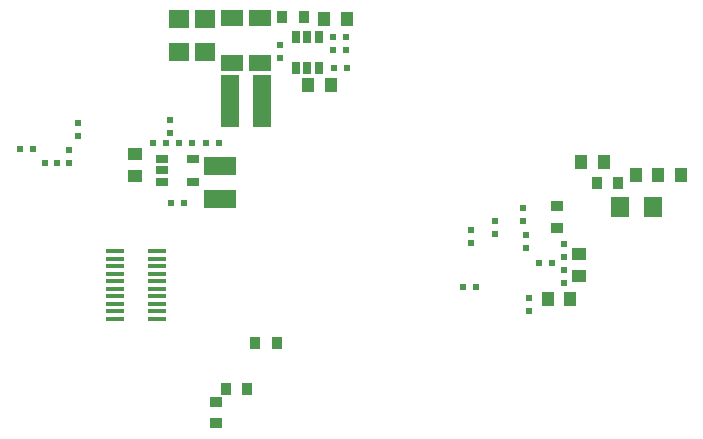
<source format=gbp>
G04 Layer_Color=128*
%FSLAX44Y44*%
%MOMM*%
G71*
G01*
G75*
%ADD13R,0.9000X1.0000*%
%ADD15R,0.6000X0.6000*%
%ADD16R,0.6000X0.6000*%
%ADD17R,1.6000X0.4000*%
%ADD18R,1.6000X0.4000*%
%ADD34R,1.0000X0.9000*%
%ADD35R,1.0000X1.3000*%
%ADD39R,1.6000X4.5000*%
%ADD40R,1.3000X1.0000*%
%ADD42R,1.8000X1.6000*%
%ADD51R,2.7000X1.6000*%
%ADD53R,1.6000X1.8000*%
%ADD87R,1.9000X1.4000*%
%ADD88R,0.7000X1.0000*%
%ADD89R,1.0000X0.7000*%
%ADD90R,1.0000X0.7000*%
D13*
X292000Y487000D02*
D03*
X274000D02*
D03*
X540000Y346000D02*
D03*
X558000D02*
D03*
X251000Y211000D02*
D03*
X269000D02*
D03*
X244000Y172000D02*
D03*
X226000D02*
D03*
D15*
X318000Y443500D02*
D03*
X329000D02*
D03*
X179500Y329500D02*
D03*
X190500D02*
D03*
X72500Y363000D02*
D03*
X83500D02*
D03*
X491500Y279000D02*
D03*
X502500D02*
D03*
X186750Y380000D02*
D03*
X197750D02*
D03*
X220500D02*
D03*
X209500D02*
D03*
X438000Y258000D02*
D03*
X427000D02*
D03*
X52000Y375000D02*
D03*
X63000D02*
D03*
X175500Y380000D02*
D03*
X164500D02*
D03*
D16*
X327500Y459000D02*
D03*
Y470000D02*
D03*
X317000Y470000D02*
D03*
Y459000D02*
D03*
X272000Y452000D02*
D03*
Y463000D02*
D03*
X477500Y325135D02*
D03*
Y314135D02*
D03*
X101000Y386000D02*
D03*
Y397000D02*
D03*
X178500Y399500D02*
D03*
Y388500D02*
D03*
X512000Y284000D02*
D03*
Y295000D02*
D03*
X433500Y295500D02*
D03*
Y306500D02*
D03*
X512000Y262000D02*
D03*
Y273000D02*
D03*
X483000Y238000D02*
D03*
Y249000D02*
D03*
X93500Y363000D02*
D03*
Y374000D02*
D03*
X453500Y303500D02*
D03*
Y314500D02*
D03*
X480500Y291000D02*
D03*
Y302000D02*
D03*
D17*
X132000Y288575D02*
D03*
X168000D02*
D03*
X132000Y282225D02*
D03*
X168000D02*
D03*
X132000Y275875D02*
D03*
X168000D02*
D03*
X132000Y269525D02*
D03*
X168000D02*
D03*
X132000Y263175D02*
D03*
X168000D02*
D03*
D18*
X132000Y256825D02*
D03*
X168000D02*
D03*
X132000Y250475D02*
D03*
X168000D02*
D03*
X132000Y244125D02*
D03*
X168000D02*
D03*
X132000Y237775D02*
D03*
X168000D02*
D03*
Y231425D02*
D03*
X132000D02*
D03*
D34*
X217500Y161000D02*
D03*
Y143000D02*
D03*
X506500Y308500D02*
D03*
Y326500D02*
D03*
D35*
X592000Y353500D02*
D03*
X611000D02*
D03*
X309500Y485000D02*
D03*
X328500D02*
D03*
X296000Y429000D02*
D03*
X315000D02*
D03*
X592000Y353500D02*
D03*
X573000D02*
D03*
X546000Y364500D02*
D03*
X527000D02*
D03*
X517500Y248000D02*
D03*
X498500D02*
D03*
D39*
X256500Y416000D02*
D03*
X229500D02*
D03*
D40*
X525000Y286500D02*
D03*
Y267500D02*
D03*
X149000Y371000D02*
D03*
Y352000D02*
D03*
D42*
X186000Y457000D02*
D03*
Y485000D02*
D03*
X208500D02*
D03*
Y457000D02*
D03*
D51*
X221000Y361000D02*
D03*
Y333000D02*
D03*
D53*
X587500Y326000D02*
D03*
X559500D02*
D03*
D87*
X255000Y448000D02*
D03*
Y486000D02*
D03*
X231500Y448000D02*
D03*
Y486000D02*
D03*
D88*
X295000Y470000D02*
D03*
X285500D02*
D03*
Y444000D02*
D03*
X295000D02*
D03*
X304500D02*
D03*
Y470000D02*
D03*
D89*
X172000Y357000D02*
D03*
Y366500D02*
D03*
X198000Y347500D02*
D03*
Y366500D02*
D03*
D90*
X172000Y347500D02*
D03*
M02*

</source>
